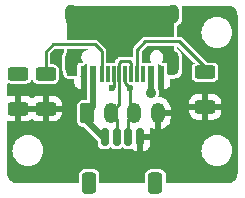
<source format=gbr>
%TF.GenerationSoftware,KiCad,Pcbnew,(6.0.5-0)*%
%TF.CreationDate,2022-07-11T22:44:33-07:00*%
%TF.ProjectId,usb_type_c,7573625f-7479-4706-955f-632e6b696361,rev?*%
%TF.SameCoordinates,Original*%
%TF.FileFunction,Copper,L1,Top*%
%TF.FilePolarity,Positive*%
%FSLAX46Y46*%
G04 Gerber Fmt 4.6, Leading zero omitted, Abs format (unit mm)*
G04 Created by KiCad (PCBNEW (6.0.5-0)) date 2022-07-11 22:44:33*
%MOMM*%
%LPD*%
G01*
G04 APERTURE LIST*
G04 Aperture macros list*
%AMRoundRect*
0 Rectangle with rounded corners*
0 $1 Rounding radius*
0 $2 $3 $4 $5 $6 $7 $8 $9 X,Y pos of 4 corners*
0 Add a 4 corners polygon primitive as box body*
4,1,4,$2,$3,$4,$5,$6,$7,$8,$9,$2,$3,0*
0 Add four circle primitives for the rounded corners*
1,1,$1+$1,$2,$3*
1,1,$1+$1,$4,$5*
1,1,$1+$1,$6,$7*
1,1,$1+$1,$8,$9*
0 Add four rect primitives between the rounded corners*
20,1,$1+$1,$2,$3,$4,$5,0*
20,1,$1+$1,$4,$5,$6,$7,0*
20,1,$1+$1,$6,$7,$8,$9,0*
20,1,$1+$1,$8,$9,$2,$3,0*%
G04 Aperture macros list end*
%TA.AperFunction,SMDPad,CuDef*%
%ADD10RoundRect,0.150000X-0.150000X-0.625000X0.150000X-0.625000X0.150000X0.625000X-0.150000X0.625000X0*%
%TD*%
%TA.AperFunction,SMDPad,CuDef*%
%ADD11RoundRect,0.250000X-0.350000X-0.650000X0.350000X-0.650000X0.350000X0.650000X-0.350000X0.650000X0*%
%TD*%
%TA.AperFunction,SMDPad,CuDef*%
%ADD12RoundRect,0.250000X-0.625000X0.312500X-0.625000X-0.312500X0.625000X-0.312500X0.625000X0.312500X0*%
%TD*%
%TA.AperFunction,ComponentPad*%
%ADD13RoundRect,0.250000X-0.350000X-0.625000X0.350000X-0.625000X0.350000X0.625000X-0.350000X0.625000X0*%
%TD*%
%TA.AperFunction,ComponentPad*%
%ADD14O,1.200000X1.750000*%
%TD*%
%TA.AperFunction,SMDPad,CuDef*%
%ADD15R,0.600000X1.450000*%
%TD*%
%TA.AperFunction,SMDPad,CuDef*%
%ADD16R,0.300000X1.450000*%
%TD*%
%TA.AperFunction,ComponentPad*%
%ADD17O,1.000000X1.600000*%
%TD*%
%TA.AperFunction,ComponentPad*%
%ADD18O,1.000000X2.100000*%
%TD*%
%TA.AperFunction,ViaPad*%
%ADD19C,0.900000*%
%TD*%
%TA.AperFunction,ViaPad*%
%ADD20C,0.600000*%
%TD*%
%TA.AperFunction,Conductor*%
%ADD21C,0.250000*%
%TD*%
%TA.AperFunction,Conductor*%
%ADD22C,0.550000*%
%TD*%
G04 APERTURE END LIST*
D10*
%TO.P,J1,1,Pin_1*%
%TO.N,VBUS_C*%
X98500000Y-69352000D03*
%TO.P,J1,2,Pin_2*%
%TO.N,DM_C*%
X99500000Y-69352000D03*
%TO.P,J1,3,Pin_3*%
%TO.N,DP_C*%
X100500000Y-69352000D03*
%TO.P,J1,4,Pin_4*%
%TO.N,GND*%
X101500000Y-69352000D03*
D11*
%TO.P,J1,MP*%
%TO.N,N/C*%
X102800000Y-73227000D03*
X97200000Y-73227000D03*
X102800000Y-73227000D03*
X97200000Y-73227000D03*
%TD*%
D12*
%TO.P,R1,1*%
%TO.N,Net-(J2-PadA5)*%
X107000000Y-63887500D03*
%TO.P,R1,2*%
%TO.N,GND*%
X107000000Y-66812500D03*
%TD*%
%TO.P,R3,1*%
%TO.N,SHIELD*%
X91200000Y-64027500D03*
%TO.P,R3,2*%
%TO.N,GND*%
X91200000Y-66952500D03*
%TD*%
%TO.P,R2,1*%
%TO.N,Net-(J2-PadB5)*%
X93500000Y-64037500D03*
%TO.P,R2,2*%
%TO.N,GND*%
X93500000Y-66962500D03*
%TD*%
D13*
%TO.P,J4,1,Pin_1*%
%TO.N,VBUS_C*%
X97000000Y-67355000D03*
D14*
%TO.P,J4,2,Pin_2*%
%TO.N,DM_C*%
X99000000Y-67355000D03*
%TO.P,J4,3,Pin_3*%
%TO.N,DP_C*%
X101000000Y-67355000D03*
%TO.P,J4,4,Pin_4*%
%TO.N,GND*%
X103000000Y-67355000D03*
%TD*%
D15*
%TO.P,J2,A1,GND*%
%TO.N,GND*%
X103250000Y-64045000D03*
%TO.P,J2,A4,VBUS*%
%TO.N,VBUS_C*%
X102450000Y-64045000D03*
D16*
%TO.P,J2,A5,CC1*%
%TO.N,Net-(J2-PadA5)*%
X101250000Y-64045000D03*
%TO.P,J2,A6,D+*%
%TO.N,DP_C*%
X100250000Y-64045000D03*
%TO.P,J2,A7,D-*%
%TO.N,DM_C*%
X99750000Y-64045000D03*
%TO.P,J2,A8,SBU1*%
%TO.N,unconnected-(J2-PadA8)*%
X98750000Y-64045000D03*
D15*
%TO.P,J2,A9,VBUS*%
%TO.N,VBUS_C*%
X97550000Y-64045000D03*
%TO.P,J2,A12,GND*%
%TO.N,GND*%
X96750000Y-64045000D03*
%TO.P,J2,B1,GND*%
X96750000Y-64045000D03*
%TO.P,J2,B4,VBUS*%
%TO.N,VBUS_C*%
X97550000Y-64045000D03*
D16*
%TO.P,J2,B5,CC2*%
%TO.N,Net-(J2-PadB5)*%
X98250000Y-64045000D03*
%TO.P,J2,B6,D+*%
%TO.N,DP_C*%
X99250000Y-64045000D03*
%TO.P,J2,B7,D-*%
%TO.N,DM_C*%
X100750000Y-64045000D03*
%TO.P,J2,B8,SBU2*%
%TO.N,unconnected-(J2-PadB8)*%
X101750000Y-64045000D03*
D15*
%TO.P,J2,B9,VBUS*%
%TO.N,VBUS_C*%
X102450000Y-64045000D03*
%TO.P,J2,B12,GND*%
%TO.N,GND*%
X103250000Y-64045000D03*
D17*
%TO.P,J2,S1,SHIELD*%
%TO.N,SHIELD*%
X95680000Y-58950000D03*
D18*
X104320000Y-63130000D03*
X95680000Y-63130000D03*
D17*
X104320000Y-58950000D03*
%TD*%
D19*
%TO.N,VBUS_C*%
X102381000Y-65643000D03*
D20*
%TO.N,SHIELD*%
X91341000Y-64175000D03*
%TO.N,DP_C*%
X100622000Y-65196502D03*
X99124000Y-65222000D03*
%TD*%
D21*
%TO.N,DP_C*%
X100622000Y-65196502D02*
X100250000Y-64824502D01*
X100250000Y-64824502D02*
X100250000Y-64045000D01*
X100622000Y-65196502D02*
X100622000Y-66977000D01*
X100622000Y-66977000D02*
X101000000Y-67355000D01*
X99250000Y-65096000D02*
X99250000Y-64045000D01*
X99124000Y-65222000D02*
X99250000Y-65096000D01*
D22*
%TO.N,VBUS_C*%
X102450000Y-65574000D02*
X102381000Y-65643000D01*
X102450000Y-64045000D02*
X102450000Y-65574000D01*
D21*
%TO.N,DP_C*%
X100500000Y-69352000D02*
X100500000Y-67855000D01*
X100500000Y-67855000D02*
X101000000Y-67355000D01*
%TO.N,DM_C*%
X99500000Y-69352000D02*
X99500000Y-67855000D01*
X99500000Y-67855000D02*
X99000000Y-67355000D01*
D22*
%TO.N,VBUS_C*%
X98500000Y-69352000D02*
X98327000Y-69352000D01*
X98327000Y-69352000D02*
X97000000Y-68025000D01*
X97000000Y-68025000D02*
X97000000Y-67355000D01*
D21*
%TO.N,Net-(J2-PadB5)*%
X93500000Y-64037500D02*
X93500000Y-62143000D01*
X93500000Y-62143000D02*
X94120000Y-61523000D01*
X94120000Y-61523000D02*
X97672000Y-61523000D01*
X97672000Y-61523000D02*
X98250000Y-62101000D01*
X98250000Y-62101000D02*
X98250000Y-64045000D01*
%TO.N,Net-(J2-PadA5)*%
X101250000Y-64045000D02*
X101250000Y-61971000D01*
X101947000Y-61274000D02*
X104827000Y-61274000D01*
X101250000Y-61971000D02*
X101947000Y-61274000D01*
X104827000Y-61274000D02*
X107000000Y-63447000D01*
X107000000Y-63447000D02*
X107000000Y-63887500D01*
%TO.N,DM_C*%
X99750000Y-64045000D02*
X99750000Y-66605000D01*
X99750000Y-66605000D02*
X99000000Y-67355000D01*
D22*
%TO.N,VBUS_C*%
X97550000Y-64045000D02*
X97550000Y-66805000D01*
X97550000Y-66805000D02*
X97000000Y-67355000D01*
D21*
%TO.N,SHIELD*%
X104320000Y-58950000D02*
X95680000Y-58950000D01*
%TO.N,DM_C*%
X99750000Y-63070000D02*
X99750000Y-64045000D01*
X100750000Y-64045000D02*
X100750000Y-63091000D01*
X100750000Y-63091000D02*
X100596000Y-62937000D01*
X99883000Y-62937000D02*
X99750000Y-63070000D01*
X100596000Y-62937000D02*
X99883000Y-62937000D01*
%TD*%
%TA.AperFunction,Conductor*%
%TO.N,SHIELD*%
G36*
X97058949Y-61920806D02*
G01*
X97077255Y-61965000D01*
X97058949Y-62009194D01*
X97022913Y-62026965D01*
X96962782Y-62034881D01*
X96962780Y-62034881D01*
X96958720Y-62035416D01*
X96954936Y-62036984D01*
X96954934Y-62036984D01*
X96821533Y-62092241D01*
X96817750Y-62093808D01*
X96696696Y-62186696D01*
X96603808Y-62307750D01*
X96545416Y-62448720D01*
X96544881Y-62452780D01*
X96544881Y-62452782D01*
X96529334Y-62570879D01*
X96525500Y-62600000D01*
X96526035Y-62604064D01*
X96531604Y-62646362D01*
X96545416Y-62751280D01*
X96546984Y-62755064D01*
X96546984Y-62755066D01*
X96576383Y-62826041D01*
X96603808Y-62892250D01*
X96606299Y-62895496D01*
X96606302Y-62895501D01*
X96659594Y-62964952D01*
X96671975Y-63011157D01*
X96648058Y-63052584D01*
X96610010Y-63065500D01*
X96431550Y-63065501D01*
X96424934Y-63065501D01*
X96421925Y-63066100D01*
X96421920Y-63066100D01*
X96362192Y-63077980D01*
X96350699Y-63080266D01*
X96266516Y-63136516D01*
X96210266Y-63220699D01*
X96195500Y-63294933D01*
X96195501Y-64025502D01*
X96195501Y-64098810D01*
X96177195Y-64143004D01*
X96133593Y-64161307D01*
X95384314Y-64168409D01*
X95339949Y-64150523D01*
X95321227Y-64106688D01*
X95308314Y-63066099D01*
X95294660Y-61965774D01*
X95312415Y-61921358D01*
X95357154Y-61902500D01*
X97014755Y-61902500D01*
X97058949Y-61920806D01*
G37*
%TD.AperFunction*%
%TA.AperFunction,Conductor*%
G36*
X104353427Y-61671806D02*
G01*
X104371730Y-61715386D01*
X104374792Y-62026965D01*
X104386585Y-63226738D01*
X104394386Y-64020482D01*
X104376515Y-64064854D01*
X104332482Y-64083593D01*
X103979663Y-64086937D01*
X103867592Y-64087999D01*
X103823227Y-64070113D01*
X103804500Y-64025502D01*
X103804499Y-63298005D01*
X103804499Y-63294934D01*
X103789734Y-63220699D01*
X103733484Y-63136516D01*
X103713452Y-63123131D01*
X103654420Y-63083686D01*
X103654418Y-63083685D01*
X103649301Y-63080266D01*
X103616247Y-63073691D01*
X103578080Y-63066099D01*
X103578077Y-63066099D01*
X103575067Y-63065500D01*
X103568453Y-63065500D01*
X103389989Y-63065501D01*
X103345796Y-63047195D01*
X103327490Y-63003001D01*
X103340405Y-62964953D01*
X103393701Y-62895496D01*
X103396192Y-62892250D01*
X103423617Y-62826041D01*
X103453016Y-62755066D01*
X103453016Y-62755064D01*
X103454584Y-62751280D01*
X103468397Y-62646362D01*
X103473965Y-62604064D01*
X103474500Y-62600000D01*
X103470666Y-62570879D01*
X103455119Y-62452782D01*
X103455119Y-62452780D01*
X103454584Y-62448720D01*
X103396192Y-62307750D01*
X103303304Y-62186696D01*
X103182250Y-62093808D01*
X103178467Y-62092241D01*
X103045066Y-62036984D01*
X103045064Y-62036984D01*
X103041280Y-62035416D01*
X103037218Y-62034881D01*
X103037217Y-62034881D01*
X102930011Y-62020767D01*
X102930005Y-62020767D01*
X102927980Y-62020500D01*
X102852020Y-62020500D01*
X102849995Y-62020767D01*
X102849989Y-62020767D01*
X102742783Y-62034881D01*
X102742782Y-62034881D01*
X102738720Y-62035416D01*
X102734936Y-62036984D01*
X102734934Y-62036984D01*
X102601533Y-62092241D01*
X102597750Y-62093808D01*
X102476696Y-62186696D01*
X102383808Y-62307750D01*
X102325416Y-62448720D01*
X102324881Y-62452780D01*
X102324881Y-62452782D01*
X102309334Y-62570879D01*
X102305500Y-62600000D01*
X102306035Y-62604064D01*
X102311604Y-62646362D01*
X102325416Y-62751280D01*
X102326984Y-62755064D01*
X102326984Y-62755066D01*
X102356383Y-62826041D01*
X102383808Y-62892250D01*
X102386299Y-62895496D01*
X102439594Y-62964952D01*
X102451974Y-63011158D01*
X102428057Y-63052585D01*
X102390009Y-63065500D01*
X102133107Y-63065501D01*
X102124934Y-63065501D01*
X102121925Y-63066100D01*
X102121920Y-63066100D01*
X102083516Y-63073739D01*
X102050699Y-63080266D01*
X102047649Y-63082304D01*
X102002351Y-63082304D01*
X101999301Y-63080266D01*
X101993260Y-63079064D01*
X101993259Y-63079064D01*
X101928080Y-63066099D01*
X101928077Y-63066099D01*
X101925067Y-63065500D01*
X101911224Y-63065500D01*
X101691999Y-63065501D01*
X101647806Y-63047195D01*
X101629500Y-63003001D01*
X101629500Y-62154082D01*
X101647806Y-62109888D01*
X102085888Y-61671806D01*
X102130082Y-61653500D01*
X104309233Y-61653500D01*
X104353427Y-61671806D01*
G37*
%TD.AperFunction*%
%TA.AperFunction,Conductor*%
G36*
X104320020Y-58272806D02*
G01*
X104338323Y-58316386D01*
X104363042Y-60831386D01*
X104345171Y-60875758D01*
X104300545Y-60894500D01*
X101994164Y-60894500D01*
X101981009Y-60893100D01*
X101978281Y-60892513D01*
X101965124Y-60889680D01*
X101959995Y-60890287D01*
X101959992Y-60890287D01*
X101928059Y-60894067D01*
X101920713Y-60894500D01*
X101915476Y-60894500D01*
X101912935Y-60894923D01*
X101912923Y-60894924D01*
X101894958Y-60897915D01*
X101892050Y-60898329D01*
X101839659Y-60904530D01*
X101835002Y-60906766D01*
X101831221Y-60907865D01*
X101827474Y-60909147D01*
X101822374Y-60909996D01*
X101817828Y-60912449D01*
X101817825Y-60912450D01*
X101775939Y-60935051D01*
X101773314Y-60936388D01*
X101729314Y-60957516D01*
X101729312Y-60957517D01*
X101725768Y-60959219D01*
X101722759Y-60961748D01*
X101722757Y-60961750D01*
X101722587Y-60961893D01*
X101721492Y-60962814D01*
X101721294Y-60963012D01*
X101718214Y-60965612D01*
X101715733Y-60967537D01*
X101711186Y-60969990D01*
X101707678Y-60973785D01*
X101673752Y-61010486D01*
X101672051Y-61012255D01*
X101015004Y-61669302D01*
X101004716Y-61677611D01*
X100991060Y-61686429D01*
X100987863Y-61690485D01*
X100967951Y-61715743D01*
X100963062Y-61721244D01*
X100959362Y-61724944D01*
X100957866Y-61727038D01*
X100957863Y-61727041D01*
X100947271Y-61741863D01*
X100945504Y-61744217D01*
X100912844Y-61785647D01*
X100911132Y-61790523D01*
X100909207Y-61794024D01*
X100907487Y-61797535D01*
X100904486Y-61801734D01*
X100903008Y-61806676D01*
X100903006Y-61806680D01*
X100889366Y-61852292D01*
X100888455Y-61855094D01*
X100872285Y-61901139D01*
X100872284Y-61901143D01*
X100870982Y-61904851D01*
X100870500Y-61910416D01*
X100870500Y-61910693D01*
X100870160Y-61914719D01*
X100869767Y-61917828D01*
X100868287Y-61922778D01*
X100868490Y-61927939D01*
X100870452Y-61977882D01*
X100870500Y-61980336D01*
X100870500Y-62544139D01*
X100852194Y-62588333D01*
X100808000Y-62606639D01*
X100781285Y-62599780D01*
X100781273Y-62599815D01*
X100781032Y-62599730D01*
X100780974Y-62599700D01*
X100780858Y-62599670D01*
X100776480Y-62598133D01*
X100772983Y-62596210D01*
X100769464Y-62594486D01*
X100765266Y-62591486D01*
X100760324Y-62590008D01*
X100760320Y-62590006D01*
X100724154Y-62579191D01*
X100714700Y-62576363D01*
X100711906Y-62575455D01*
X100665861Y-62559285D01*
X100665857Y-62559284D01*
X100662149Y-62557982D01*
X100658149Y-62557636D01*
X100657926Y-62557616D01*
X100657921Y-62557616D01*
X100656584Y-62557500D01*
X100656307Y-62557500D01*
X100652281Y-62557160D01*
X100649172Y-62556767D01*
X100644222Y-62555287D01*
X100589118Y-62557452D01*
X100586664Y-62557500D01*
X99930164Y-62557500D01*
X99917009Y-62556100D01*
X99913232Y-62555287D01*
X99901124Y-62552680D01*
X99895995Y-62553287D01*
X99895992Y-62553287D01*
X99864061Y-62557067D01*
X99856714Y-62557500D01*
X99851476Y-62557500D01*
X99848935Y-62557923D01*
X99848923Y-62557924D01*
X99830946Y-62560917D01*
X99828043Y-62561331D01*
X99775659Y-62567531D01*
X99771003Y-62569767D01*
X99767174Y-62570879D01*
X99763467Y-62572148D01*
X99758374Y-62572996D01*
X99753829Y-62575448D01*
X99753827Y-62575449D01*
X99711930Y-62598055D01*
X99709307Y-62599392D01*
X99692814Y-62607312D01*
X99661768Y-62622220D01*
X99657492Y-62625814D01*
X99657296Y-62626010D01*
X99654211Y-62628615D01*
X99651735Y-62630535D01*
X99647186Y-62632990D01*
X99643677Y-62636786D01*
X99609752Y-62673486D01*
X99608051Y-62675255D01*
X99515004Y-62768302D01*
X99504716Y-62776611D01*
X99491060Y-62785429D01*
X99487863Y-62789485D01*
X99467951Y-62814743D01*
X99463062Y-62820244D01*
X99459362Y-62823944D01*
X99457866Y-62826038D01*
X99457863Y-62826041D01*
X99447271Y-62840863D01*
X99445504Y-62843217D01*
X99412844Y-62884647D01*
X99411132Y-62889523D01*
X99409207Y-62893024D01*
X99407487Y-62896535D01*
X99404486Y-62900734D01*
X99403008Y-62905676D01*
X99403006Y-62905680D01*
X99389366Y-62951292D01*
X99388455Y-62954094D01*
X99372285Y-63000139D01*
X99372284Y-63000143D01*
X99370982Y-63003851D01*
X99370643Y-63007767D01*
X99370589Y-63008388D01*
X99370452Y-63008651D01*
X99369815Y-63011612D01*
X99369005Y-63011438D01*
X99348542Y-63050839D01*
X99308322Y-63065500D01*
X99088932Y-63065501D01*
X99074934Y-63065501D01*
X99071925Y-63066100D01*
X99071920Y-63066100D01*
X99022977Y-63075835D01*
X99012192Y-63077980D01*
X98987808Y-63077980D01*
X98928080Y-63066099D01*
X98928077Y-63066099D01*
X98925067Y-63065500D01*
X98911224Y-63065500D01*
X98691999Y-63065501D01*
X98647806Y-63047195D01*
X98629500Y-63003001D01*
X98629500Y-62148164D01*
X98630900Y-62135009D01*
X98633232Y-62124176D01*
X98634320Y-62119124D01*
X98631324Y-62093808D01*
X98629933Y-62082061D01*
X98629500Y-62074714D01*
X98629500Y-62069476D01*
X98629077Y-62066935D01*
X98629076Y-62066923D01*
X98626083Y-62048946D01*
X98625667Y-62046028D01*
X98620076Y-61998788D01*
X98619469Y-61993659D01*
X98617233Y-61989003D01*
X98616121Y-61985174D01*
X98614852Y-61981467D01*
X98614004Y-61976374D01*
X98607867Y-61965000D01*
X98588945Y-61929930D01*
X98587608Y-61927307D01*
X98566480Y-61883309D01*
X98564780Y-61879768D01*
X98561186Y-61875492D01*
X98560990Y-61875296D01*
X98558385Y-61872211D01*
X98556465Y-61869735D01*
X98554010Y-61865186D01*
X98543093Y-61855094D01*
X98513514Y-61827752D01*
X98511745Y-61826051D01*
X97973698Y-61288004D01*
X97965389Y-61277716D01*
X97956571Y-61264060D01*
X97927257Y-61240951D01*
X97921756Y-61236062D01*
X97918056Y-61232362D01*
X97915962Y-61230866D01*
X97915959Y-61230863D01*
X97901137Y-61220271D01*
X97898783Y-61218504D01*
X97861411Y-61189043D01*
X97857353Y-61185844D01*
X97852477Y-61184132D01*
X97848976Y-61182207D01*
X97845465Y-61180487D01*
X97841266Y-61177486D01*
X97836324Y-61176008D01*
X97836320Y-61176006D01*
X97800154Y-61165191D01*
X97790700Y-61162363D01*
X97787906Y-61161455D01*
X97741861Y-61145285D01*
X97741857Y-61145284D01*
X97738149Y-61143982D01*
X97734149Y-61143636D01*
X97733926Y-61143616D01*
X97733921Y-61143616D01*
X97732584Y-61143500D01*
X97732307Y-61143500D01*
X97728281Y-61143160D01*
X97725172Y-61142767D01*
X97720222Y-61141287D01*
X97665118Y-61143452D01*
X97662664Y-61143500D01*
X95346185Y-61143500D01*
X95301991Y-61125194D01*
X95283690Y-61081776D01*
X95249390Y-58317776D01*
X95267146Y-58273358D01*
X95311885Y-58254500D01*
X104275826Y-58254500D01*
X104320020Y-58272806D01*
G37*
%TD.AperFunction*%
%TD*%
%TA.AperFunction,Conductor*%
%TO.N,GND*%
G36*
X108980971Y-58255701D02*
G01*
X109000000Y-58259486D01*
X109006037Y-58258285D01*
X109006039Y-58258285D01*
X109007673Y-58257960D01*
X109025992Y-58257060D01*
X109050624Y-58259486D01*
X109139316Y-58268222D01*
X109151325Y-58270610D01*
X109217015Y-58290537D01*
X109279402Y-58309462D01*
X109290721Y-58314151D01*
X109408747Y-58377236D01*
X109418935Y-58384043D01*
X109522390Y-58468947D01*
X109531053Y-58477610D01*
X109615957Y-58581065D01*
X109622763Y-58591252D01*
X109630618Y-58605947D01*
X109685849Y-58709279D01*
X109690538Y-58720598D01*
X109729389Y-58848671D01*
X109731779Y-58860688D01*
X109742940Y-58974008D01*
X109742040Y-58992327D01*
X109740514Y-59000000D01*
X109741715Y-59006038D01*
X109744299Y-59019029D01*
X109745500Y-59031222D01*
X109745500Y-72468778D01*
X109744299Y-72480971D01*
X109740514Y-72500000D01*
X109741715Y-72506037D01*
X109741715Y-72506039D01*
X109742040Y-72507673D01*
X109742940Y-72525992D01*
X109731779Y-72639312D01*
X109729389Y-72651329D01*
X109690538Y-72779402D01*
X109685849Y-72790721D01*
X109622764Y-72908747D01*
X109615957Y-72918935D01*
X109531053Y-73022390D01*
X109522390Y-73031053D01*
X109418935Y-73115957D01*
X109408747Y-73122764D01*
X109290721Y-73185849D01*
X109279401Y-73190538D01*
X109151325Y-73229390D01*
X109139316Y-73231778D01*
X109059653Y-73239625D01*
X109025992Y-73242940D01*
X109007673Y-73242040D01*
X109006039Y-73241715D01*
X109006037Y-73241715D01*
X109000000Y-73240514D01*
X108993962Y-73241715D01*
X108980971Y-73244299D01*
X108968778Y-73245500D01*
X103717000Y-73245500D01*
X103672806Y-73227194D01*
X103654500Y-73183000D01*
X103654500Y-72529244D01*
X103647798Y-72467552D01*
X103597071Y-72332236D01*
X103510404Y-72216596D01*
X103394764Y-72129929D01*
X103390595Y-72128366D01*
X103390593Y-72128365D01*
X103263116Y-72080577D01*
X103259448Y-72079202D01*
X103197756Y-72072500D01*
X102402244Y-72072500D01*
X102340552Y-72079202D01*
X102336884Y-72080577D01*
X102209407Y-72128365D01*
X102209405Y-72128366D01*
X102205236Y-72129929D01*
X102089596Y-72216596D01*
X102002929Y-72332236D01*
X101952202Y-72467552D01*
X101945500Y-72529244D01*
X101945500Y-73183000D01*
X101927194Y-73227194D01*
X101883000Y-73245500D01*
X98117000Y-73245500D01*
X98072806Y-73227194D01*
X98054500Y-73183000D01*
X98054500Y-72529244D01*
X98047798Y-72467552D01*
X97997071Y-72332236D01*
X97910404Y-72216596D01*
X97794764Y-72129929D01*
X97790595Y-72128366D01*
X97790593Y-72128365D01*
X97663116Y-72080577D01*
X97659448Y-72079202D01*
X97597756Y-72072500D01*
X96802244Y-72072500D01*
X96740552Y-72079202D01*
X96736884Y-72080577D01*
X96609407Y-72128365D01*
X96609405Y-72128366D01*
X96605236Y-72129929D01*
X96489596Y-72216596D01*
X96402929Y-72332236D01*
X96352202Y-72467552D01*
X96345500Y-72529244D01*
X96345500Y-73183000D01*
X96327194Y-73227194D01*
X96283000Y-73245500D01*
X91031222Y-73245500D01*
X91019029Y-73244299D01*
X91006038Y-73241715D01*
X91000000Y-73240514D01*
X90993963Y-73241715D01*
X90993961Y-73241715D01*
X90992327Y-73242040D01*
X90974008Y-73242940D01*
X90940347Y-73239625D01*
X90860684Y-73231778D01*
X90848675Y-73229390D01*
X90720599Y-73190538D01*
X90709279Y-73185849D01*
X90591253Y-73122764D01*
X90581065Y-73115957D01*
X90477610Y-73031053D01*
X90468947Y-73022390D01*
X90384043Y-72918935D01*
X90377236Y-72908747D01*
X90314151Y-72790721D01*
X90309462Y-72779402D01*
X90270611Y-72651329D01*
X90268221Y-72639312D01*
X90257060Y-72525992D01*
X90257960Y-72507673D01*
X90258285Y-72506039D01*
X90258285Y-72506037D01*
X90259486Y-72500000D01*
X90255701Y-72480971D01*
X90254500Y-72468778D01*
X90254500Y-70500000D01*
X90690517Y-70500000D01*
X90710411Y-70727389D01*
X90769488Y-70947870D01*
X90865954Y-71154741D01*
X90996878Y-71341719D01*
X91158281Y-71503122D01*
X91345259Y-71634046D01*
X91552130Y-71730512D01*
X91554763Y-71731217D01*
X91554767Y-71731219D01*
X91769975Y-71788883D01*
X91769978Y-71788884D01*
X91772611Y-71789589D01*
X91775327Y-71789827D01*
X91775329Y-71789827D01*
X91941692Y-71804382D01*
X91941698Y-71804382D01*
X91943044Y-71804500D01*
X92056956Y-71804500D01*
X92058302Y-71804382D01*
X92058308Y-71804382D01*
X92224671Y-71789827D01*
X92224673Y-71789827D01*
X92227389Y-71789589D01*
X92230022Y-71788884D01*
X92230025Y-71788883D01*
X92445233Y-71731219D01*
X92445237Y-71731217D01*
X92447870Y-71730512D01*
X92654741Y-71634046D01*
X92841719Y-71503122D01*
X93003122Y-71341719D01*
X93134046Y-71154742D01*
X93230512Y-70947870D01*
X93289589Y-70727389D01*
X93309483Y-70500000D01*
X93297870Y-70367267D01*
X93289827Y-70275329D01*
X93289827Y-70275327D01*
X93289589Y-70272611D01*
X93245465Y-70107936D01*
X93231219Y-70054767D01*
X93231217Y-70054763D01*
X93230512Y-70052130D01*
X93134046Y-69845259D01*
X93003122Y-69658281D01*
X92841719Y-69496878D01*
X92654741Y-69365954D01*
X92447870Y-69269488D01*
X92445237Y-69268783D01*
X92445233Y-69268781D01*
X92230025Y-69211117D01*
X92230022Y-69211116D01*
X92227389Y-69210411D01*
X92224673Y-69210173D01*
X92224671Y-69210173D01*
X92058308Y-69195618D01*
X92058302Y-69195618D01*
X92056956Y-69195500D01*
X91943044Y-69195500D01*
X91941698Y-69195618D01*
X91941692Y-69195618D01*
X91775329Y-69210173D01*
X91775327Y-69210173D01*
X91772611Y-69210411D01*
X91769978Y-69211116D01*
X91769975Y-69211117D01*
X91554767Y-69268781D01*
X91554763Y-69268783D01*
X91552130Y-69269488D01*
X91345259Y-69365954D01*
X91158281Y-69496878D01*
X90996878Y-69658281D01*
X90865954Y-69845258D01*
X90810259Y-69964697D01*
X90788546Y-70011261D01*
X90769488Y-70052130D01*
X90768783Y-70054763D01*
X90768781Y-70054767D01*
X90754535Y-70107936D01*
X90710411Y-70272611D01*
X90710173Y-70275327D01*
X90710173Y-70275329D01*
X90702130Y-70367267D01*
X90690517Y-70500000D01*
X90254500Y-70500000D01*
X90254500Y-68043909D01*
X90272806Y-67999715D01*
X90317000Y-67981409D01*
X90336676Y-67984587D01*
X90417003Y-68011230D01*
X90423632Y-68012651D01*
X90523052Y-68022838D01*
X90526234Y-68023000D01*
X90933569Y-68023000D01*
X90942359Y-68019359D01*
X90946000Y-68010569D01*
X90946000Y-68010568D01*
X91454000Y-68010568D01*
X91457641Y-68019358D01*
X91466431Y-68022999D01*
X91873752Y-68022999D01*
X91876966Y-68022833D01*
X91977664Y-68012385D01*
X91984301Y-68010952D01*
X92145286Y-67957244D01*
X92151822Y-67954182D01*
X92295953Y-67864990D01*
X92304447Y-67858258D01*
X92305345Y-67859391D01*
X92345045Y-67842908D01*
X92389252Y-67861176D01*
X92399436Y-67871342D01*
X92405102Y-67875817D01*
X92549385Y-67964753D01*
X92555919Y-67967800D01*
X92717004Y-68021230D01*
X92723632Y-68022651D01*
X92823052Y-68032838D01*
X92826234Y-68033000D01*
X93233569Y-68033000D01*
X93242359Y-68029359D01*
X93246000Y-68020569D01*
X93246000Y-68020568D01*
X93754000Y-68020568D01*
X93757641Y-68029358D01*
X93766431Y-68032999D01*
X94173752Y-68032999D01*
X94176966Y-68032833D01*
X94277664Y-68022385D01*
X94284301Y-68020952D01*
X94445286Y-67967244D01*
X94451822Y-67964182D01*
X94595953Y-67874990D01*
X94601599Y-67870515D01*
X94721346Y-67750559D01*
X94725817Y-67744898D01*
X94814753Y-67600615D01*
X94817800Y-67594081D01*
X94871230Y-67432996D01*
X94872651Y-67426368D01*
X94882838Y-67326948D01*
X94883000Y-67323766D01*
X94883000Y-67228931D01*
X94879359Y-67220141D01*
X94870569Y-67216500D01*
X93766431Y-67216500D01*
X93757641Y-67220141D01*
X93754000Y-67228931D01*
X93754000Y-68020568D01*
X93246000Y-68020568D01*
X93246000Y-67228931D01*
X93242359Y-67220141D01*
X93233569Y-67216500D01*
X92101142Y-67216500D01*
X92077224Y-67211742D01*
X92064569Y-67206500D01*
X91466431Y-67206500D01*
X91457641Y-67210141D01*
X91454000Y-67218931D01*
X91454000Y-68010568D01*
X90946000Y-68010568D01*
X90946000Y-66686069D01*
X91454000Y-66686069D01*
X91457641Y-66694859D01*
X91466431Y-66698500D01*
X92598858Y-66698500D01*
X92622776Y-66703258D01*
X92635431Y-66708500D01*
X93233569Y-66708500D01*
X93242359Y-66704859D01*
X93246000Y-66696069D01*
X93754000Y-66696069D01*
X93757641Y-66704859D01*
X93766431Y-66708500D01*
X94870568Y-66708500D01*
X94879358Y-66704859D01*
X94882999Y-66696069D01*
X94882999Y-66601248D01*
X94882833Y-66598034D01*
X94872385Y-66497336D01*
X94870952Y-66490699D01*
X94817244Y-66329714D01*
X94814182Y-66323178D01*
X94724990Y-66179047D01*
X94720518Y-66173404D01*
X94600559Y-66053654D01*
X94594898Y-66049183D01*
X94450615Y-65960247D01*
X94444081Y-65957200D01*
X94282996Y-65903770D01*
X94276368Y-65902349D01*
X94176948Y-65892162D01*
X94173766Y-65892000D01*
X93766431Y-65892000D01*
X93757641Y-65895641D01*
X93754000Y-65904431D01*
X93754000Y-66696069D01*
X93246000Y-66696069D01*
X93246000Y-65904432D01*
X93242359Y-65895642D01*
X93233569Y-65892001D01*
X92826248Y-65892001D01*
X92823034Y-65892167D01*
X92722336Y-65902615D01*
X92715699Y-65904048D01*
X92554714Y-65957756D01*
X92548178Y-65960818D01*
X92404047Y-66050010D01*
X92395553Y-66056742D01*
X92394655Y-66055609D01*
X92354955Y-66072092D01*
X92310748Y-66053824D01*
X92300564Y-66043658D01*
X92294898Y-66039183D01*
X92150615Y-65950247D01*
X92144081Y-65947200D01*
X91982996Y-65893770D01*
X91976368Y-65892349D01*
X91876948Y-65882162D01*
X91873766Y-65882000D01*
X91466431Y-65882000D01*
X91457641Y-65885641D01*
X91454000Y-65894431D01*
X91454000Y-66686069D01*
X90946000Y-66686069D01*
X90946000Y-65894432D01*
X90942359Y-65885642D01*
X90933569Y-65882001D01*
X90526248Y-65882001D01*
X90523034Y-65882167D01*
X90422336Y-65892615D01*
X90415696Y-65894049D01*
X90336779Y-65920377D01*
X90289063Y-65916998D01*
X90257712Y-65880868D01*
X90254500Y-65861089D01*
X90254500Y-64848857D01*
X90272806Y-64804663D01*
X90317000Y-64786357D01*
X90338939Y-64790334D01*
X90449443Y-64831759D01*
X90465552Y-64837798D01*
X90527244Y-64844500D01*
X91872756Y-64844500D01*
X91934448Y-64837798D01*
X91950557Y-64831759D01*
X92065593Y-64788635D01*
X92065595Y-64788634D01*
X92069764Y-64787071D01*
X92185404Y-64700404D01*
X92272071Y-64584764D01*
X92289603Y-64537998D01*
X92322258Y-64503042D01*
X92370065Y-64501414D01*
X92406648Y-64537997D01*
X92427929Y-64594764D01*
X92514596Y-64710404D01*
X92630236Y-64797071D01*
X92634405Y-64798634D01*
X92634407Y-64798635D01*
X92740005Y-64838221D01*
X92765552Y-64847798D01*
X92827244Y-64854500D01*
X94172756Y-64854500D01*
X94234448Y-64847798D01*
X94259995Y-64838221D01*
X94365593Y-64798635D01*
X94365595Y-64798634D01*
X94369764Y-64797071D01*
X94485404Y-64710404D01*
X94572071Y-64594764D01*
X94577384Y-64580593D01*
X94621423Y-64463116D01*
X94622798Y-64459448D01*
X94629500Y-64397756D01*
X94629500Y-63677244D01*
X94622798Y-63615552D01*
X94590326Y-63528931D01*
X94573635Y-63484407D01*
X94573634Y-63484405D01*
X94572071Y-63480236D01*
X94485404Y-63364596D01*
X94396960Y-63298311D01*
X94373328Y-63280600D01*
X94369764Y-63277929D01*
X94365595Y-63276366D01*
X94365593Y-63276365D01*
X94238116Y-63228577D01*
X94234448Y-63227202D01*
X94172756Y-63220500D01*
X93942000Y-63220500D01*
X93897806Y-63202194D01*
X93879500Y-63158000D01*
X93879500Y-62326082D01*
X93897806Y-62281888D01*
X94258888Y-61920806D01*
X94303082Y-61902500D01*
X94973095Y-61902500D01*
X95017289Y-61920806D01*
X95035595Y-61965000D01*
X95035496Y-61967293D01*
X95035180Y-61968994D01*
X95035218Y-61972060D01*
X95035218Y-61972061D01*
X95037589Y-62163125D01*
X95030757Y-62192324D01*
X94968007Y-62315212D01*
X94926189Y-62486108D01*
X94925500Y-62497214D01*
X94925500Y-63724053D01*
X94940738Y-63854754D01*
X95000768Y-64020134D01*
X95002756Y-64023167D01*
X95002757Y-64023168D01*
X95056300Y-64104833D01*
X95065185Y-64126194D01*
X95080965Y-64200951D01*
X95082582Y-64208614D01*
X95083780Y-64211420D01*
X95083782Y-64211425D01*
X95084276Y-64212581D01*
X95101304Y-64252449D01*
X95158202Y-64335748D01*
X95163340Y-64339111D01*
X95163342Y-64339113D01*
X95176136Y-64347487D01*
X95242919Y-64391200D01*
X95245759Y-64392345D01*
X95245761Y-64392346D01*
X95254996Y-64396069D01*
X95287284Y-64409086D01*
X95386774Y-64427897D01*
X95389840Y-64427868D01*
X95389841Y-64427868D01*
X95535327Y-64426489D01*
X95544183Y-64427237D01*
X95545480Y-64427630D01*
X95549101Y-64427855D01*
X95549103Y-64427855D01*
X95615623Y-64431982D01*
X95721080Y-64438524D01*
X95801097Y-64424775D01*
X95811081Y-64423875D01*
X95878909Y-64423232D01*
X95923274Y-64441118D01*
X95942001Y-64485729D01*
X95942001Y-64816396D01*
X95942183Y-64819766D01*
X95948325Y-64876310D01*
X95950124Y-64883878D01*
X95998264Y-65012291D01*
X96002499Y-65020026D01*
X96084428Y-65129344D01*
X96090656Y-65135572D01*
X96199974Y-65217501D01*
X96207709Y-65221736D01*
X96336125Y-65269877D01*
X96343689Y-65271675D01*
X96400230Y-65277817D01*
X96403598Y-65278000D01*
X96483569Y-65278000D01*
X96492359Y-65274359D01*
X96496000Y-65265569D01*
X96496000Y-64311431D01*
X96492359Y-64302641D01*
X96472082Y-64294242D01*
X96472584Y-64293030D01*
X96442803Y-64280694D01*
X96424497Y-64236500D01*
X96429254Y-64212584D01*
X96435247Y-64198117D01*
X96440730Y-64170556D01*
X96454402Y-64101821D01*
X96455001Y-64098810D01*
X96455001Y-63844594D01*
X96473307Y-63800400D01*
X96492181Y-63787789D01*
X96496000Y-63778569D01*
X96496000Y-63387500D01*
X96514306Y-63343306D01*
X96558499Y-63325000D01*
X96610011Y-63325000D01*
X96613633Y-63324402D01*
X96690903Y-63311644D01*
X96690908Y-63311643D01*
X96693426Y-63311227D01*
X96714506Y-63304071D01*
X96729056Y-63299132D01*
X96729058Y-63299131D01*
X96731474Y-63298311D01*
X96772532Y-63276365D01*
X96801061Y-63261116D01*
X96801062Y-63261115D01*
X96806035Y-63258457D01*
X96872794Y-63182330D01*
X96873464Y-63181169D01*
X96913710Y-63156143D01*
X96947807Y-63160065D01*
X96954930Y-63163015D01*
X96954934Y-63163016D01*
X96958720Y-63164584D01*
X96958766Y-63164590D01*
X96995623Y-63192866D01*
X97004000Y-63224121D01*
X97004000Y-63246045D01*
X97002799Y-63258238D01*
X96996856Y-63288117D01*
X96995500Y-63294933D01*
X96995501Y-64795066D01*
X96996100Y-64798075D01*
X96996100Y-64798080D01*
X97002799Y-64831759D01*
X97004000Y-64843951D01*
X97004000Y-65265568D01*
X97015742Y-65293915D01*
X97020500Y-65317833D01*
X97020500Y-66163000D01*
X97002194Y-66207194D01*
X96958000Y-66225500D01*
X96602244Y-66225500D01*
X96540552Y-66232202D01*
X96536884Y-66233577D01*
X96409407Y-66281365D01*
X96409405Y-66281366D01*
X96405236Y-66282929D01*
X96289596Y-66369596D01*
X96202929Y-66485236D01*
X96201366Y-66489405D01*
X96201365Y-66489407D01*
X96159439Y-66601248D01*
X96152202Y-66620552D01*
X96145500Y-66682244D01*
X96145500Y-68027756D01*
X96152202Y-68089448D01*
X96153577Y-68093116D01*
X96200040Y-68217057D01*
X96202929Y-68224764D01*
X96289596Y-68340404D01*
X96405236Y-68427071D01*
X96409405Y-68428634D01*
X96409407Y-68428635D01*
X96536884Y-68476423D01*
X96540552Y-68477798D01*
X96602244Y-68484500D01*
X96684785Y-68484500D01*
X96728979Y-68502806D01*
X97927194Y-69701020D01*
X97945500Y-69745214D01*
X97945500Y-70008834D01*
X97945884Y-70011256D01*
X97945884Y-70011261D01*
X97952357Y-70052130D01*
X97960502Y-70103555D01*
X98018674Y-70217723D01*
X98109277Y-70308326D01*
X98223445Y-70366498D01*
X98245812Y-70370041D01*
X98315739Y-70381116D01*
X98315744Y-70381116D01*
X98318166Y-70381500D01*
X98681834Y-70381500D01*
X98684256Y-70381116D01*
X98684261Y-70381116D01*
X98754188Y-70370041D01*
X98776555Y-70366498D01*
X98890723Y-70308326D01*
X98955806Y-70243243D01*
X99000000Y-70224937D01*
X99044194Y-70243243D01*
X99109277Y-70308326D01*
X99223445Y-70366498D01*
X99245812Y-70370041D01*
X99315739Y-70381116D01*
X99315744Y-70381116D01*
X99318166Y-70381500D01*
X99681834Y-70381500D01*
X99684256Y-70381116D01*
X99684261Y-70381116D01*
X99754188Y-70370041D01*
X99776555Y-70366498D01*
X99890723Y-70308326D01*
X99955806Y-70243243D01*
X100000000Y-70224937D01*
X100044194Y-70243243D01*
X100109277Y-70308326D01*
X100223445Y-70366498D01*
X100245812Y-70370041D01*
X100315739Y-70381116D01*
X100315744Y-70381116D01*
X100318166Y-70381500D01*
X100681834Y-70381500D01*
X100684256Y-70381116D01*
X100684261Y-70381116D01*
X100773064Y-70367051D01*
X100819578Y-70378219D01*
X100827035Y-70384588D01*
X100940721Y-70498274D01*
X100946885Y-70503056D01*
X101083217Y-70583681D01*
X101090378Y-70586780D01*
X101234060Y-70628524D01*
X101243519Y-70627480D01*
X101246000Y-70624383D01*
X101246000Y-70619562D01*
X101754000Y-70619562D01*
X101757641Y-70628352D01*
X101761307Y-70629870D01*
X101909622Y-70586780D01*
X101916783Y-70583681D01*
X102053115Y-70503056D01*
X102057054Y-70500000D01*
X106690517Y-70500000D01*
X106710411Y-70727389D01*
X106769488Y-70947870D01*
X106865954Y-71154741D01*
X106996878Y-71341719D01*
X107158281Y-71503122D01*
X107345259Y-71634046D01*
X107552130Y-71730512D01*
X107554763Y-71731217D01*
X107554767Y-71731219D01*
X107769975Y-71788883D01*
X107769978Y-71788884D01*
X107772611Y-71789589D01*
X107775327Y-71789827D01*
X107775329Y-71789827D01*
X107941692Y-71804382D01*
X107941698Y-71804382D01*
X107943044Y-71804500D01*
X108056956Y-71804500D01*
X108058302Y-71804382D01*
X108058308Y-71804382D01*
X108224671Y-71789827D01*
X108224673Y-71789827D01*
X108227389Y-71789589D01*
X108230022Y-71788884D01*
X108230025Y-71788883D01*
X108445233Y-71731219D01*
X108445237Y-71731217D01*
X108447870Y-71730512D01*
X108654741Y-71634046D01*
X108841719Y-71503122D01*
X109003122Y-71341719D01*
X109134046Y-71154742D01*
X109230512Y-70947870D01*
X109289589Y-70727389D01*
X109309483Y-70500000D01*
X109297870Y-70367267D01*
X109289827Y-70275329D01*
X109289827Y-70275327D01*
X109289589Y-70272611D01*
X109245465Y-70107936D01*
X109231219Y-70054767D01*
X109231217Y-70054763D01*
X109230512Y-70052130D01*
X109134046Y-69845259D01*
X109003122Y-69658281D01*
X108841719Y-69496878D01*
X108654741Y-69365954D01*
X108447870Y-69269488D01*
X108445237Y-69268783D01*
X108445233Y-69268781D01*
X108230025Y-69211117D01*
X108230022Y-69211116D01*
X108227389Y-69210411D01*
X108224673Y-69210173D01*
X108224671Y-69210173D01*
X108058308Y-69195618D01*
X108058302Y-69195618D01*
X108056956Y-69195500D01*
X107943044Y-69195500D01*
X107941698Y-69195618D01*
X107941692Y-69195618D01*
X107775329Y-69210173D01*
X107775327Y-69210173D01*
X107772611Y-69210411D01*
X107769978Y-69211116D01*
X107769975Y-69211117D01*
X107554767Y-69268781D01*
X107554763Y-69268783D01*
X107552130Y-69269488D01*
X107345259Y-69365954D01*
X107158281Y-69496878D01*
X106996878Y-69658281D01*
X106865954Y-69845258D01*
X106810259Y-69964697D01*
X106788546Y-70011261D01*
X106769488Y-70052130D01*
X106768783Y-70054763D01*
X106768781Y-70054767D01*
X106754535Y-70107936D01*
X106710411Y-70272611D01*
X106710173Y-70275327D01*
X106710173Y-70275329D01*
X106702130Y-70367267D01*
X106690517Y-70500000D01*
X102057054Y-70500000D01*
X102059279Y-70498274D01*
X102171274Y-70386279D01*
X102176056Y-70380115D01*
X102256681Y-70243783D01*
X102259780Y-70236622D01*
X102304174Y-70083820D01*
X102305316Y-70077566D01*
X102307902Y-70044697D01*
X102308000Y-70042218D01*
X102308000Y-69618431D01*
X102304359Y-69609641D01*
X102295569Y-69606000D01*
X101766431Y-69606000D01*
X101757641Y-69609641D01*
X101754000Y-69618431D01*
X101754000Y-70619562D01*
X101246000Y-70619562D01*
X101246000Y-69160500D01*
X101264306Y-69116306D01*
X101308500Y-69098000D01*
X102295568Y-69098000D01*
X102304358Y-69094359D01*
X102307999Y-69085569D01*
X102307999Y-68661784D01*
X102307901Y-68659302D01*
X102305065Y-68623248D01*
X102306354Y-68623147D01*
X102315538Y-68580502D01*
X102355726Y-68554556D01*
X102398248Y-68561941D01*
X102534085Y-68640525D01*
X102539475Y-68642993D01*
X102733580Y-68710397D01*
X102734817Y-68710699D01*
X102742919Y-68708641D01*
X102746000Y-68703461D01*
X102746000Y-68696086D01*
X103254000Y-68696086D01*
X103257641Y-68704876D01*
X103261859Y-68706623D01*
X103359471Y-68683099D01*
X103365083Y-68681166D01*
X103552132Y-68596121D01*
X103557260Y-68593172D01*
X103724858Y-68474286D01*
X103729338Y-68470420D01*
X103871431Y-68321986D01*
X103875100Y-68317341D01*
X103986562Y-68144717D01*
X103989286Y-68139461D01*
X104066091Y-67948884D01*
X104067776Y-67943196D01*
X104107296Y-67740826D01*
X104107838Y-67736363D01*
X104107962Y-67733821D01*
X104108000Y-67732290D01*
X104108000Y-67621431D01*
X104104359Y-67612641D01*
X104095569Y-67609000D01*
X103266431Y-67609000D01*
X103257641Y-67612641D01*
X103254000Y-67621431D01*
X103254000Y-68696086D01*
X102746000Y-68696086D01*
X102746000Y-67173752D01*
X105617001Y-67173752D01*
X105617167Y-67176966D01*
X105627615Y-67277664D01*
X105629048Y-67284301D01*
X105682756Y-67445286D01*
X105685818Y-67451822D01*
X105775010Y-67595953D01*
X105779482Y-67601596D01*
X105899441Y-67721346D01*
X105905102Y-67725817D01*
X106049385Y-67814753D01*
X106055919Y-67817800D01*
X106217004Y-67871230D01*
X106223632Y-67872651D01*
X106323052Y-67882838D01*
X106326234Y-67883000D01*
X106733569Y-67883000D01*
X106742359Y-67879359D01*
X106746000Y-67870569D01*
X106746000Y-67870568D01*
X107254000Y-67870568D01*
X107257641Y-67879358D01*
X107266431Y-67882999D01*
X107673752Y-67882999D01*
X107676966Y-67882833D01*
X107777664Y-67872385D01*
X107784301Y-67870952D01*
X107945286Y-67817244D01*
X107951822Y-67814182D01*
X108095953Y-67724990D01*
X108101596Y-67720518D01*
X108221346Y-67600559D01*
X108225817Y-67594898D01*
X108314753Y-67450615D01*
X108317800Y-67444081D01*
X108371230Y-67282996D01*
X108372651Y-67276368D01*
X108382838Y-67176948D01*
X108383000Y-67173766D01*
X108383000Y-67078931D01*
X108379359Y-67070141D01*
X108370569Y-67066500D01*
X107266431Y-67066500D01*
X107257641Y-67070141D01*
X107254000Y-67078931D01*
X107254000Y-67870568D01*
X106746000Y-67870568D01*
X106746000Y-67078931D01*
X106742359Y-67070141D01*
X106733569Y-67066500D01*
X105629432Y-67066500D01*
X105620642Y-67070141D01*
X105617001Y-67078931D01*
X105617001Y-67173752D01*
X102746000Y-67173752D01*
X102746000Y-67163500D01*
X102764306Y-67119306D01*
X102808500Y-67101000D01*
X104095569Y-67101000D01*
X104104359Y-67097359D01*
X104108000Y-67088569D01*
X104108000Y-67028662D01*
X104107858Y-67025690D01*
X104093241Y-66872490D01*
X104092123Y-66866680D01*
X104034278Y-66669502D01*
X104032082Y-66664013D01*
X103971337Y-66546069D01*
X105617000Y-66546069D01*
X105620641Y-66554859D01*
X105629431Y-66558500D01*
X106733569Y-66558500D01*
X106742359Y-66554859D01*
X106746000Y-66546069D01*
X107254000Y-66546069D01*
X107257641Y-66554859D01*
X107266431Y-66558500D01*
X108370568Y-66558500D01*
X108379358Y-66554859D01*
X108382999Y-66546069D01*
X108382999Y-66451248D01*
X108382833Y-66448034D01*
X108372385Y-66347336D01*
X108370952Y-66340699D01*
X108317244Y-66179714D01*
X108314182Y-66173178D01*
X108224990Y-66029047D01*
X108220518Y-66023404D01*
X108100559Y-65903654D01*
X108094898Y-65899183D01*
X107950615Y-65810247D01*
X107944081Y-65807200D01*
X107782996Y-65753770D01*
X107776368Y-65752349D01*
X107676948Y-65742162D01*
X107673766Y-65742000D01*
X107266431Y-65742000D01*
X107257641Y-65745641D01*
X107254000Y-65754431D01*
X107254000Y-66546069D01*
X106746000Y-66546069D01*
X106746000Y-65754432D01*
X106742359Y-65745642D01*
X106733569Y-65742001D01*
X106326248Y-65742001D01*
X106323034Y-65742167D01*
X106222336Y-65752615D01*
X106215699Y-65754048D01*
X106054714Y-65807756D01*
X106048178Y-65810818D01*
X105904047Y-65900010D01*
X105898404Y-65904482D01*
X105778654Y-66024441D01*
X105774183Y-66030102D01*
X105685247Y-66174385D01*
X105682200Y-66180919D01*
X105628770Y-66342004D01*
X105627349Y-66348632D01*
X105617162Y-66448052D01*
X105617000Y-66451234D01*
X105617000Y-66546069D01*
X103971337Y-66546069D01*
X103937998Y-66481337D01*
X103934797Y-66476351D01*
X103807867Y-66314762D01*
X103803788Y-66310478D01*
X103648595Y-66175809D01*
X103643766Y-66172364D01*
X103465915Y-66069475D01*
X103460525Y-66067007D01*
X103266427Y-65999605D01*
X103260660Y-65998199D01*
X103090705Y-65973557D01*
X103049595Y-65949099D01*
X103037820Y-65902736D01*
X103041683Y-65888392D01*
X103046427Y-65876591D01*
X103066492Y-65826677D01*
X103075588Y-65762763D01*
X103090230Y-65659887D01*
X103090230Y-65659884D01*
X103090518Y-65657862D01*
X103090674Y-65643000D01*
X103070189Y-65473719D01*
X103009916Y-65314211D01*
X103006992Y-65309956D01*
X103006716Y-65309067D01*
X103006036Y-65307767D01*
X103006273Y-65307643D01*
X102996000Y-65274557D01*
X102996000Y-64843954D01*
X102997201Y-64831760D01*
X102997202Y-64831759D01*
X103004500Y-64795067D01*
X103004499Y-63294934D01*
X103003144Y-63288117D01*
X102997201Y-63258241D01*
X102996000Y-63246049D01*
X102996000Y-63224121D01*
X103014306Y-63179927D01*
X103040760Y-63164653D01*
X103041280Y-63164584D01*
X103054085Y-63159280D01*
X103101918Y-63159279D01*
X103129968Y-63182300D01*
X103162299Y-63230687D01*
X103167416Y-63234106D01*
X103167417Y-63234107D01*
X103243932Y-63285233D01*
X103246487Y-63286940D01*
X103249327Y-63288116D01*
X103249328Y-63288117D01*
X103287842Y-63304071D01*
X103287847Y-63304073D01*
X103290680Y-63305246D01*
X103293688Y-63305844D01*
X103293690Y-63305845D01*
X103372638Y-63321549D01*
X103389990Y-63325001D01*
X103441500Y-63325001D01*
X103485694Y-63343307D01*
X103504000Y-63387501D01*
X103504000Y-65265568D01*
X103507641Y-65274358D01*
X103516431Y-65277999D01*
X103596396Y-65277999D01*
X103599766Y-65277817D01*
X103656310Y-65271675D01*
X103663878Y-65269876D01*
X103792291Y-65221736D01*
X103800026Y-65217501D01*
X103909344Y-65135572D01*
X103915572Y-65129344D01*
X103997501Y-65020026D01*
X104001736Y-65012291D01*
X104049877Y-64883875D01*
X104051675Y-64876311D01*
X104057817Y-64819770D01*
X104058000Y-64816402D01*
X104058000Y-64473254D01*
X104076306Y-64429060D01*
X104120500Y-64410754D01*
X104138616Y-64413437D01*
X104182001Y-64426577D01*
X104182006Y-64426578D01*
X104185480Y-64427630D01*
X104361080Y-64438524D01*
X104534477Y-64408729D01*
X104696368Y-64339844D01*
X104838071Y-64235563D01*
X104951982Y-64101480D01*
X105031993Y-63944788D01*
X105073811Y-63773892D01*
X105074500Y-63762786D01*
X105074500Y-62535947D01*
X105059262Y-62405246D01*
X104999232Y-62239866D01*
X104902766Y-62092732D01*
X104775040Y-61971736D01*
X104737818Y-61950115D01*
X104663706Y-61907067D01*
X104634685Y-61869041D01*
X104632601Y-61853637D01*
X104631749Y-61766942D01*
X104649620Y-61722570D01*
X104693632Y-61703831D01*
X104738440Y-61722134D01*
X106087264Y-63070958D01*
X106105570Y-63115152D01*
X106087264Y-63159346D01*
X106080552Y-63165165D01*
X106018159Y-63211925D01*
X106018156Y-63211928D01*
X106014596Y-63214596D01*
X105927929Y-63330236D01*
X105926366Y-63334405D01*
X105926365Y-63334407D01*
X105878577Y-63461884D01*
X105877202Y-63465552D01*
X105870500Y-63527244D01*
X105870500Y-64247756D01*
X105877202Y-64309448D01*
X105878577Y-64313116D01*
X105925590Y-64438524D01*
X105927929Y-64444764D01*
X106014596Y-64560404D01*
X106130236Y-64647071D01*
X106134405Y-64648634D01*
X106134407Y-64648635D01*
X106261884Y-64696423D01*
X106265552Y-64697798D01*
X106327244Y-64704500D01*
X107672756Y-64704500D01*
X107734448Y-64697798D01*
X107738116Y-64696423D01*
X107865593Y-64648635D01*
X107865595Y-64648634D01*
X107869764Y-64647071D01*
X107985404Y-64560404D01*
X108072071Y-64444764D01*
X108074411Y-64438524D01*
X108121423Y-64313116D01*
X108122798Y-64309448D01*
X108129500Y-64247756D01*
X108129500Y-63527244D01*
X108122798Y-63465552D01*
X108121423Y-63461884D01*
X108073635Y-63334407D01*
X108073634Y-63334405D01*
X108072071Y-63330236D01*
X107985404Y-63214596D01*
X107869764Y-63127929D01*
X107865595Y-63126366D01*
X107865593Y-63126365D01*
X107738116Y-63078577D01*
X107734448Y-63077202D01*
X107672756Y-63070500D01*
X107186082Y-63070500D01*
X107141888Y-63052194D01*
X105128698Y-61039004D01*
X105120389Y-61028716D01*
X105111571Y-61015060D01*
X105082257Y-60991951D01*
X105076756Y-60987062D01*
X105073056Y-60983362D01*
X105070962Y-60981866D01*
X105070959Y-60981863D01*
X105056137Y-60971271D01*
X105053783Y-60969504D01*
X105016411Y-60940043D01*
X105012353Y-60936844D01*
X105007477Y-60935132D01*
X105003976Y-60933207D01*
X105000465Y-60931487D01*
X104996266Y-60928486D01*
X104991324Y-60927008D01*
X104991320Y-60927006D01*
X104955154Y-60916191D01*
X104945700Y-60913363D01*
X104942906Y-60912455D01*
X104896861Y-60896285D01*
X104896857Y-60896284D01*
X104893149Y-60894982D01*
X104889149Y-60894636D01*
X104888926Y-60894616D01*
X104888921Y-60894616D01*
X104887584Y-60894500D01*
X104887307Y-60894500D01*
X104883281Y-60894160D01*
X104880172Y-60893767D01*
X104875222Y-60892287D01*
X104820118Y-60894452D01*
X104817664Y-60894500D01*
X104684691Y-60894500D01*
X104640497Y-60876194D01*
X104622191Y-60832000D01*
X104622270Y-60830207D01*
X104622529Y-60828836D01*
X104619297Y-60500000D01*
X106690517Y-60500000D01*
X106710411Y-60727389D01*
X106711116Y-60730022D01*
X106711117Y-60730025D01*
X106767391Y-60940043D01*
X106769488Y-60947870D01*
X106865954Y-61154741D01*
X106996878Y-61341719D01*
X107158281Y-61503122D01*
X107345259Y-61634046D01*
X107552130Y-61730512D01*
X107554763Y-61731217D01*
X107554767Y-61731219D01*
X107769975Y-61788883D01*
X107769978Y-61788884D01*
X107772611Y-61789589D01*
X107775327Y-61789827D01*
X107775329Y-61789827D01*
X107941692Y-61804382D01*
X107941698Y-61804382D01*
X107943044Y-61804500D01*
X108056956Y-61804500D01*
X108058302Y-61804382D01*
X108058308Y-61804382D01*
X108224671Y-61789827D01*
X108224673Y-61789827D01*
X108227389Y-61789589D01*
X108230022Y-61788884D01*
X108230025Y-61788883D01*
X108445233Y-61731219D01*
X108445237Y-61731217D01*
X108447870Y-61730512D01*
X108654741Y-61634046D01*
X108841719Y-61503122D01*
X109003122Y-61341719D01*
X109134046Y-61154742D01*
X109209957Y-60991951D01*
X109229359Y-60950343D01*
X109229360Y-60950341D01*
X109230512Y-60947870D01*
X109232610Y-60940043D01*
X109288883Y-60730025D01*
X109288884Y-60730022D01*
X109289589Y-60727389D01*
X109309483Y-60500000D01*
X109289589Y-60272611D01*
X109230512Y-60052130D01*
X109134046Y-59845259D01*
X109003122Y-59658281D01*
X108841719Y-59496878D01*
X108654741Y-59365954D01*
X108447870Y-59269488D01*
X108445237Y-59268783D01*
X108445233Y-59268781D01*
X108230025Y-59211117D01*
X108230022Y-59211116D01*
X108227389Y-59210411D01*
X108224673Y-59210173D01*
X108224671Y-59210173D01*
X108058308Y-59195618D01*
X108058302Y-59195618D01*
X108056956Y-59195500D01*
X107943044Y-59195500D01*
X107941698Y-59195618D01*
X107941692Y-59195618D01*
X107775329Y-59210173D01*
X107775327Y-59210173D01*
X107772611Y-59210411D01*
X107769978Y-59211116D01*
X107769975Y-59211117D01*
X107554767Y-59268781D01*
X107554763Y-59268783D01*
X107552130Y-59269488D01*
X107345259Y-59365954D01*
X107158281Y-59496878D01*
X106996878Y-59658281D01*
X106865954Y-59845258D01*
X106769488Y-60052130D01*
X106710411Y-60272611D01*
X106690517Y-60500000D01*
X104619297Y-60500000D01*
X104614253Y-59986728D01*
X104632124Y-59942356D01*
X104652279Y-59928604D01*
X104655993Y-59927024D01*
X104696368Y-59909844D01*
X104838071Y-59805563D01*
X104951982Y-59671480D01*
X105031993Y-59514788D01*
X105073811Y-59343892D01*
X105074500Y-59332786D01*
X105074500Y-58605947D01*
X105059262Y-58475246D01*
X105009562Y-58338325D01*
X105011690Y-58290537D01*
X105046986Y-58258251D01*
X105068311Y-58254500D01*
X108968778Y-58254500D01*
X108980971Y-58255701D01*
G37*
%TD.AperFunction*%
%TD*%
M02*

</source>
